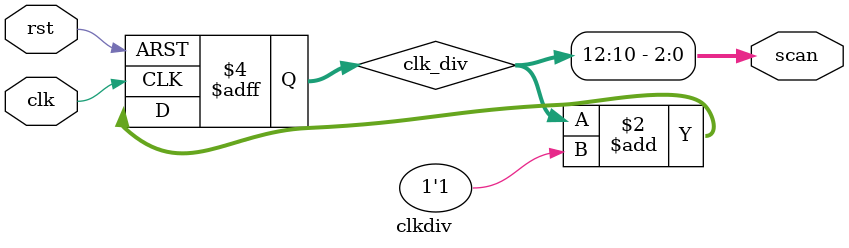
<source format=v>
`timescale 1ns / 1ps


module clkdiv(
        input wire clk,
        input wire rst,
        output wire [2:0] scan
    );

    reg [31:0] clk_div;
    initial begin
        clk_div <= 32'h0000_0000;
    end

    always @ (posedge clk or posedge rst) begin
        if (rst) clk_div <= 0;
        else clk_div <= clk_div + 1'b1;
    end

    assign scan = clk_div[12:10];
endmodule

</source>
